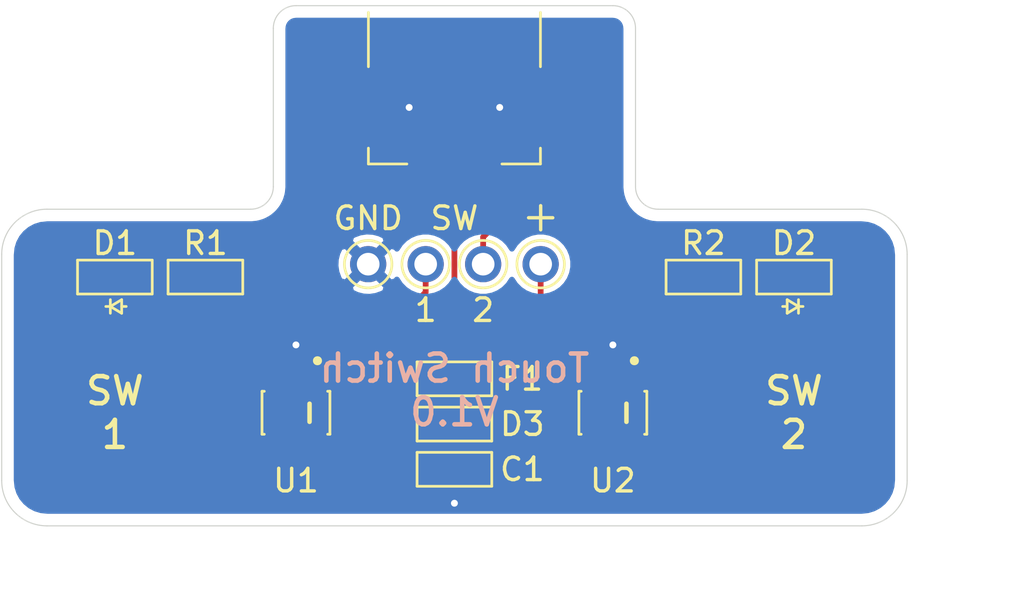
<source format=kicad_pcb>
(kicad_pcb (version 20171130) (host pcbnew "(5.1.9-0-10_14)")

  (general
    (thickness 1.6)
    (drawings 44)
    (tracks 87)
    (zones 0)
    (modules 14)
    (nets 11)
  )

  (page A4)
  (title_block
    (title "Touch Switch")
    (date 2021-07-09)
    (rev V1.0)
    (company https://github.com/KimiakiK)
  )

  (layers
    (0 F.Cu signal)
    (31 B.Cu signal)
    (32 B.Adhes user)
    (33 F.Adhes user)
    (34 B.Paste user)
    (35 F.Paste user)
    (36 B.SilkS user)
    (37 F.SilkS user)
    (38 B.Mask user)
    (39 F.Mask user)
    (40 Dwgs.User user)
    (41 Cmts.User user)
    (42 Eco1.User user)
    (43 Eco2.User user)
    (44 Edge.Cuts user)
    (45 Margin user)
    (46 B.CrtYd user)
    (47 F.CrtYd user)
    (48 B.Fab user)
    (49 F.Fab user hide)
  )

  (setup
    (last_trace_width 0.254)
    (trace_clearance 0.254)
    (zone_clearance 0.508)
    (zone_45_only no)
    (trace_min 0.2032)
    (via_size 0.6096)
    (via_drill 0.3048)
    (via_min_size 0.6096)
    (via_min_drill 0.3048)
    (uvia_size 0.2032)
    (uvia_drill 0.1016)
    (uvias_allowed no)
    (uvia_min_size 0.2032)
    (uvia_min_drill 0.1016)
    (edge_width 0.05)
    (segment_width 0.2)
    (pcb_text_width 0.3)
    (pcb_text_size 1.5 1.5)
    (mod_edge_width 0.12)
    (mod_text_size 1 1)
    (mod_text_width 0.15)
    (pad_size 1.3 0.5)
    (pad_drill 0)
    (pad_to_mask_clearance 0)
    (aux_axis_origin 0 0)
    (visible_elements FFFFFF7F)
    (pcbplotparams
      (layerselection 0x010fc_ffffffff)
      (usegerberextensions true)
      (usegerberattributes false)
      (usegerberadvancedattributes false)
      (creategerberjobfile false)
      (excludeedgelayer true)
      (linewidth 0.100000)
      (plotframeref false)
      (viasonmask false)
      (mode 1)
      (useauxorigin false)
      (hpglpennumber 1)
      (hpglpenspeed 20)
      (hpglpendiameter 15.000000)
      (psnegative false)
      (psa4output false)
      (plotreference true)
      (plotvalue true)
      (plotinvisibletext false)
      (padsonsilk false)
      (subtractmaskfromsilk false)
      (outputformat 1)
      (mirror false)
      (drillshape 0)
      (scaleselection 1)
      (outputdirectory "TouchSwitch/"))
  )

  (net 0 "")
  (net 1 +5V)
  (net 2 GND)
  (net 3 /SW_1)
  (net 4 "Net-(D1-Pad2)")
  (net 5 "Net-(D2-Pad2)")
  (net 6 "Net-(D3-Pad2)")
  (net 7 "Net-(F1-Pad2)")
  (net 8 /PAD_1)
  (net 9 /SW_2)
  (net 10 /PAD_2)

  (net_class Default "This is the default net class."
    (clearance 0.254)
    (trace_width 0.254)
    (via_dia 0.6096)
    (via_drill 0.3048)
    (uvia_dia 0.2032)
    (uvia_drill 0.1016)
    (diff_pair_width 0.2032)
    (diff_pair_gap 0.2032)
    (add_net +5V)
    (add_net /PAD_1)
    (add_net /PAD_2)
    (add_net /SW_1)
    (add_net /SW_2)
    (add_net GND)
    (add_net "Net-(D1-Pad2)")
    (add_net "Net-(D2-Pad2)")
    (add_net "Net-(D3-Pad2)")
    (add_net "Net-(F1-Pad2)")
  )

  (module TouchSwitch:SOT-23-6 (layer F.Cu) (tedit 60E8539E) (tstamp 60E86E4B)
    (at 7 18 270)
    (descr "6-pin SOT-23 package")
    (tags SOT-23-6)
    (path /611559FE)
    (attr smd)
    (fp_text reference U2 (at 3 0 180) (layer F.SilkS)
      (effects (font (size 1 1) (thickness 0.15)))
    )
    (fp_text value TTP223 (at 0 2.9 90) (layer F.Fab)
      (effects (font (size 1 1) (thickness 0.15)))
    )
    (fp_line (start 0.95 1.5) (end 0.95 1.4) (layer F.SilkS) (width 0.12))
    (fp_line (start -0.95 1.5) (end 0.95 1.5) (layer F.SilkS) (width 0.12))
    (fp_line (start -0.95 1.4) (end -0.95 1.5) (layer F.SilkS) (width 0.12))
    (fp_line (start -0.95 -1.5) (end -0.95 -1.4) (layer F.SilkS) (width 0.12))
    (fp_line (start 0.95 -1.5) (end -0.95 -1.5) (layer F.SilkS) (width 0.12))
    (fp_line (start 0.95 -1.4) (end 0.95 -1.5) (layer F.SilkS) (width 0.12))
    (fp_line (start 0.9 -1.55) (end 0.9 1.55) (layer F.Fab) (width 0.1))
    (fp_line (start 0.9 1.55) (end -0.9 1.55) (layer F.Fab) (width 0.1))
    (fp_line (start -0.9 -0.9) (end -0.9 1.55) (layer F.Fab) (width 0.1))
    (fp_line (start 0.9 -1.55) (end -0.25 -1.55) (layer F.Fab) (width 0.1))
    (fp_line (start -0.9 -0.9) (end -0.25 -1.55) (layer F.Fab) (width 0.1))
    (fp_line (start -1.5 -1.5) (end -1.5 1.5) (layer F.CrtYd) (width 0.05))
    (fp_line (start -1.5 1.5) (end 1.5 1.5) (layer F.CrtYd) (width 0.05))
    (fp_line (start 1.5 1.5) (end 1.5 -1.5) (layer F.CrtYd) (width 0.05))
    (fp_line (start 1.5 -1.5) (end -1.5 -1.5) (layer F.CrtYd) (width 0.05))
    (fp_circle (center -2.3 -0.95) (end -2.2 -0.95) (layer F.SilkS) (width 0.2))
    (fp_line (start -0.4 -0.6) (end 0.4 -0.6) (layer F.SilkS) (width 0.2))
    (fp_text user %R (at 0 0) (layer F.Fab)
      (effects (font (size 0.5 0.5) (thickness 0.075)))
    )
    (pad 1 smd rect (at -1.3 -0.95 270) (size 1.3 0.5) (layers F.Cu F.Paste F.Mask)
      (net 9 /SW_2))
    (pad 2 smd rect (at -1.3 0 270) (size 1.3 0.5) (layers F.Cu F.Paste F.Mask)
      (net 2 GND))
    (pad 3 smd rect (at -1.3 0.95 270) (size 1.3 0.5) (layers F.Cu F.Paste F.Mask)
      (net 10 /PAD_2))
    (pad 4 smd rect (at 1.3 0.95 270) (size 1.3 0.5) (layers F.Cu F.Paste F.Mask)
      (net 1 +5V))
    (pad 6 smd rect (at 1.3 -0.95 270) (size 1.3 0.5) (layers F.Cu F.Paste F.Mask))
    (pad 5 smd rect (at 1.3 0 270) (size 1.3 0.5) (layers F.Cu F.Paste F.Mask)
      (net 1 +5V))
    (model ${KISYS3DMOD}/Package_TO_SOT_SMD.3dshapes/SOT-23-6.wrl
      (at (xyz 0 0 0))
      (scale (xyz 1 1 1))
      (rotate (xyz 0 0 0))
    )
  )

  (module TouchSwitch:SOT-23-6 (layer F.Cu) (tedit 60E853A6) (tstamp 60E86E2F)
    (at -7 18 270)
    (descr "6-pin SOT-23 package")
    (tags SOT-23-6)
    (path /611369C9)
    (attr smd)
    (fp_text reference U1 (at 3 0 180) (layer F.SilkS)
      (effects (font (size 1 1) (thickness 0.15)))
    )
    (fp_text value TTP223 (at 0 2.9 90) (layer F.Fab)
      (effects (font (size 1 1) (thickness 0.15)))
    )
    (fp_line (start 0.95 1.5) (end 0.95 1.4) (layer F.SilkS) (width 0.12))
    (fp_line (start -0.95 1.5) (end 0.95 1.5) (layer F.SilkS) (width 0.12))
    (fp_line (start -0.95 1.4) (end -0.95 1.5) (layer F.SilkS) (width 0.12))
    (fp_line (start -0.95 -1.5) (end -0.95 -1.4) (layer F.SilkS) (width 0.12))
    (fp_line (start 0.95 -1.5) (end -0.95 -1.5) (layer F.SilkS) (width 0.12))
    (fp_line (start 0.95 -1.4) (end 0.95 -1.5) (layer F.SilkS) (width 0.12))
    (fp_line (start 0.9 -1.55) (end 0.9 1.55) (layer F.Fab) (width 0.1))
    (fp_line (start 0.9 1.55) (end -0.9 1.55) (layer F.Fab) (width 0.1))
    (fp_line (start -0.9 -0.9) (end -0.9 1.55) (layer F.Fab) (width 0.1))
    (fp_line (start 0.9 -1.55) (end -0.25 -1.55) (layer F.Fab) (width 0.1))
    (fp_line (start -0.9 -0.9) (end -0.25 -1.55) (layer F.Fab) (width 0.1))
    (fp_line (start -1.5 -1.5) (end -1.5 1.5) (layer F.CrtYd) (width 0.05))
    (fp_line (start -1.5 1.5) (end 1.5 1.5) (layer F.CrtYd) (width 0.05))
    (fp_line (start 1.5 1.5) (end 1.5 -1.5) (layer F.CrtYd) (width 0.05))
    (fp_line (start 1.5 -1.5) (end -1.5 -1.5) (layer F.CrtYd) (width 0.05))
    (fp_circle (center -2.3 -0.95) (end -2.2 -0.95) (layer F.SilkS) (width 0.2))
    (fp_line (start -0.4 -0.6) (end 0.4 -0.6) (layer F.SilkS) (width 0.2))
    (fp_text user %R (at 0 0) (layer F.Fab)
      (effects (font (size 0.5 0.5) (thickness 0.075)))
    )
    (pad 1 smd rect (at -1.3 -0.95 270) (size 1.3 0.5) (layers F.Cu F.Paste F.Mask)
      (net 3 /SW_1))
    (pad 2 smd rect (at -1.3 0 270) (size 1.3 0.5) (layers F.Cu F.Paste F.Mask)
      (net 2 GND))
    (pad 3 smd rect (at -1.3 0.95 270) (size 1.3 0.5) (layers F.Cu F.Paste F.Mask)
      (net 8 /PAD_1))
    (pad 4 smd rect (at 1.3 0.95 270) (size 1.3 0.5) (layers F.Cu F.Paste F.Mask)
      (net 1 +5V))
    (pad 6 smd rect (at 1.3 -0.95 270) (size 1.3 0.5) (layers F.Cu F.Paste F.Mask))
    (pad 5 smd rect (at 1.3 0 270) (size 1.3 0.5) (layers F.Cu F.Paste F.Mask)
      (net 1 +5V))
    (model ${KISYS3DMOD}/Package_TO_SOT_SMD.3dshapes/SOT-23-6.wrl
      (at (xyz 0 0 0))
      (scale (xyz 1 1 1))
      (rotate (xyz 0 0 0))
    )
  )

  (module TouchSwitch:TestPoint_THTPad_D1.6mm_Drill1.0mm (layer F.Cu) (tedit 60E851FB) (tstamp 60E86E13)
    (at -3.81 11.43)
    (descr "THT pad as test Point, diameter 1.6mm, hole diameter 1.0mm")
    (tags "test point THT pad")
    (path /61144801)
    (attr virtual)
    (fp_text reference TP4 (at 0 -1.998) (layer F.SilkS) hide
      (effects (font (size 1 1) (thickness 0.15)))
    )
    (fp_text value TestPoint (at 0 2.05) (layer F.Fab)
      (effects (font (size 1 1) (thickness 0.15)))
    )
    (fp_circle (center 0 0) (end 1.05 0) (layer F.SilkS) (width 0.12))
    (fp_text user %R (at 0 -2) (layer F.Fab)
      (effects (font (size 1 1) (thickness 0.15)))
    )
    (pad 1 thru_hole circle (at 0 0) (size 1.6 1.6) (drill 1) (layers *.Cu *.Mask)
      (net 2 GND))
  )

  (module TouchSwitch:TestPoint_THTPad_D1.6mm_Drill1.0mm (layer F.Cu) (tedit 60E851FB) (tstamp 60E86E0C)
    (at 3.81 11.43)
    (descr "THT pad as test Point, diameter 1.6mm, hole diameter 1.0mm")
    (tags "test point THT pad")
    (path /6113BB1A)
    (attr virtual)
    (fp_text reference TP3 (at 0 -1.998) (layer F.SilkS) hide
      (effects (font (size 1 1) (thickness 0.15)))
    )
    (fp_text value TestPoint (at 0 2.05) (layer F.Fab)
      (effects (font (size 1 1) (thickness 0.15)))
    )
    (fp_circle (center 0 0) (end 1.05 0) (layer F.SilkS) (width 0.12))
    (fp_text user %R (at 0 -2) (layer F.Fab)
      (effects (font (size 1 1) (thickness 0.15)))
    )
    (pad 1 thru_hole circle (at 0 0) (size 1.6 1.6) (drill 1) (layers *.Cu *.Mask)
      (net 1 +5V))
  )

  (module TouchSwitch:TestPoint_THTPad_D1.6mm_Drill1.0mm (layer F.Cu) (tedit 60E851FB) (tstamp 60E86E05)
    (at 1.27 11.43)
    (descr "THT pad as test Point, diameter 1.6mm, hole diameter 1.0mm")
    (tags "test point THT pad")
    (path /611646F3)
    (attr virtual)
    (fp_text reference TP2 (at 0 -1.998) (layer F.SilkS) hide
      (effects (font (size 1 1) (thickness 0.15)))
    )
    (fp_text value TestPoint (at 0 2.05) (layer F.Fab)
      (effects (font (size 1 1) (thickness 0.15)))
    )
    (fp_circle (center 0 0) (end 1.05 0) (layer F.SilkS) (width 0.12))
    (fp_text user %R (at 0 -2) (layer F.Fab)
      (effects (font (size 1 1) (thickness 0.15)))
    )
    (pad 1 thru_hole circle (at 0 0) (size 1.6 1.6) (drill 1) (layers *.Cu *.Mask)
      (net 9 /SW_2))
  )

  (module TouchSwitch:TestPoint_THTPad_D1.6mm_Drill1.0mm (layer F.Cu) (tedit 60E851FB) (tstamp 60E86DFE)
    (at -1.27 11.43)
    (descr "THT pad as test Point, diameter 1.6mm, hole diameter 1.0mm")
    (tags "test point THT pad")
    (path /61163BFE)
    (attr virtual)
    (fp_text reference TP1 (at 0 -1.998) (layer F.SilkS) hide
      (effects (font (size 1 1) (thickness 0.15)))
    )
    (fp_text value TestPoint (at 0 2.05) (layer F.Fab)
      (effects (font (size 1 1) (thickness 0.15)))
    )
    (fp_circle (center 0 0) (end 1.05 0) (layer F.SilkS) (width 0.12))
    (fp_text user %R (at 0 -2) (layer F.Fab)
      (effects (font (size 1 1) (thickness 0.15)))
    )
    (pad 1 thru_hole circle (at 0 0) (size 1.6 1.6) (drill 1) (layers *.Cu *.Mask)
      (net 3 /SW_1))
  )

  (module TouchSwitch:1608Metric (layer F.Cu) (tedit 606EDCAD) (tstamp 60E86DF7)
    (at 11 12 180)
    (descr "SMD 0603 (1608 Metric)")
    (path /61155A12)
    (attr smd)
    (fp_text reference R2 (at 0 1.5) (layer F.SilkS)
      (effects (font (size 1 1) (thickness 0.15)))
    )
    (fp_text value R (at 0 1.778) (layer F.Fab)
      (effects (font (size 1 1) (thickness 0.15)))
    )
    (fp_line (start 1.6 0.7) (end -1.6 0.7) (layer F.CrtYd) (width 0.05))
    (fp_line (start 1.6 -0.7) (end 1.6 0.7) (layer F.CrtYd) (width 0.05))
    (fp_line (start -1.6 -0.7) (end 1.6 -0.7) (layer F.CrtYd) (width 0.05))
    (fp_line (start -1.6 0.7) (end -1.6 -0.7) (layer F.CrtYd) (width 0.05))
    (fp_line (start -1.65 0.75) (end 1.65 0.75) (layer F.SilkS) (width 0.12))
    (fp_line (start -1.65 -0.75) (end 1.65 -0.75) (layer F.SilkS) (width 0.12))
    (fp_line (start 0.8 0.4) (end -0.8 0.4) (layer F.Fab) (width 0.1))
    (fp_line (start 0.8 -0.4) (end 0.8 0.4) (layer F.Fab) (width 0.1))
    (fp_line (start -0.8 -0.4) (end 0.8 -0.4) (layer F.Fab) (width 0.1))
    (fp_line (start -0.8 0.4) (end -0.8 -0.4) (layer F.Fab) (width 0.1))
    (fp_line (start 1.65 -0.75) (end 1.65 0.75) (layer F.SilkS) (width 0.12))
    (fp_line (start -1.65 -0.75) (end -1.65 0.75) (layer F.SilkS) (width 0.12))
    (fp_text user %R (at 0 0) (layer F.Fab)
      (effects (font (size 0.4 0.4) (thickness 0.06)))
    )
    (pad 1 smd roundrect (at -0.85 0 180) (size 1 0.9) (layers F.Cu F.Paste F.Mask) (roundrect_rratio 0.25)
      (net 5 "Net-(D2-Pad2)"))
    (pad 2 smd roundrect (at 0.85 0 180) (size 1 0.9) (layers F.Cu F.Paste F.Mask) (roundrect_rratio 0.25)
      (net 1 +5V))
    (model ${KISYS3DMOD}/Capacitor_SMD.3dshapes/C_0603_1608Metric.wrl
      (at (xyz 0 0 0))
      (scale (xyz 1 1 1))
      (rotate (xyz 0 0 0))
    )
  )

  (module TouchSwitch:1608Metric (layer F.Cu) (tedit 606EDCAD) (tstamp 60E86DE4)
    (at -11 12)
    (descr "SMD 0603 (1608 Metric)")
    (path /6113A764)
    (attr smd)
    (fp_text reference R1 (at 0 -1.5) (layer F.SilkS)
      (effects (font (size 1 1) (thickness 0.15)))
    )
    (fp_text value R (at 0 1.778) (layer F.Fab)
      (effects (font (size 1 1) (thickness 0.15)))
    )
    (fp_line (start 1.6 0.7) (end -1.6 0.7) (layer F.CrtYd) (width 0.05))
    (fp_line (start 1.6 -0.7) (end 1.6 0.7) (layer F.CrtYd) (width 0.05))
    (fp_line (start -1.6 -0.7) (end 1.6 -0.7) (layer F.CrtYd) (width 0.05))
    (fp_line (start -1.6 0.7) (end -1.6 -0.7) (layer F.CrtYd) (width 0.05))
    (fp_line (start -1.65 0.75) (end 1.65 0.75) (layer F.SilkS) (width 0.12))
    (fp_line (start -1.65 -0.75) (end 1.65 -0.75) (layer F.SilkS) (width 0.12))
    (fp_line (start 0.8 0.4) (end -0.8 0.4) (layer F.Fab) (width 0.1))
    (fp_line (start 0.8 -0.4) (end 0.8 0.4) (layer F.Fab) (width 0.1))
    (fp_line (start -0.8 -0.4) (end 0.8 -0.4) (layer F.Fab) (width 0.1))
    (fp_line (start -0.8 0.4) (end -0.8 -0.4) (layer F.Fab) (width 0.1))
    (fp_line (start 1.65 -0.75) (end 1.65 0.75) (layer F.SilkS) (width 0.12))
    (fp_line (start -1.65 -0.75) (end -1.65 0.75) (layer F.SilkS) (width 0.12))
    (fp_text user %R (at 0 0) (layer F.Fab)
      (effects (font (size 0.4 0.4) (thickness 0.06)))
    )
    (pad 1 smd roundrect (at -0.85 0) (size 1 0.9) (layers F.Cu F.Paste F.Mask) (roundrect_rratio 0.25)
      (net 4 "Net-(D1-Pad2)"))
    (pad 2 smd roundrect (at 0.85 0) (size 1 0.9) (layers F.Cu F.Paste F.Mask) (roundrect_rratio 0.25)
      (net 1 +5V))
    (model ${KISYS3DMOD}/Capacitor_SMD.3dshapes/C_0603_1608Metric.wrl
      (at (xyz 0 0 0))
      (scale (xyz 1 1 1))
      (rotate (xyz 0 0 0))
    )
  )

  (module TouchSwitch:UX60SC-MB-5ST (layer F.Cu) (tedit 60E8532E) (tstamp 60E86DD1)
    (at 0 0 180)
    (descr "Mini USB Connector")
    (tags "Mini USB Connector")
    (path /61137682)
    (fp_text reference J1 (at 0 -9) (layer F.SilkS) hide
      (effects (font (size 1 1) (thickness 0.15)))
    )
    (fp_text value USB_B_Mini (at 0 1.5) (layer F.Fab)
      (effects (font (size 1 1) (thickness 0.15)))
    )
    (fp_line (start -3.85 0) (end -3.85 -7) (layer F.CrtYd) (width 0.12))
    (fp_line (start 3.85 0) (end -3.85 0) (layer F.CrtYd) (width 0.12))
    (fp_line (start 3.85 -7) (end 3.85 0) (layer F.CrtYd) (width 0.12))
    (fp_line (start -3.85 -7) (end 3.85 -7) (layer F.CrtYd) (width 0.12))
    (pad 1 smd rect (at -1.6 -7.1 180) (size 0.4 1.6) (layers F.Cu F.Paste F.Mask)
      (net 7 "Net-(F1-Pad2)"))
    (pad 2 smd rect (at -0.8 -7.1 180) (size 0.4 1.6) (layers F.Cu F.Paste F.Mask))
    (pad 3 smd rect (at 0 -7.1 180) (size 0.4 1.6) (layers F.Cu F.Paste F.Mask))
    (pad 4 smd rect (at 0.8 -7.1 180) (size 0.4 1.6) (layers F.Cu F.Paste F.Mask))
    (pad 5 smd rect (at 1.6 -7.1 180) (size 0.4 1.6) (layers F.Cu F.Paste F.Mask)
      (net 2 GND))
    (pad 6 smd rect (at -4.2 -4.5) (size 2.4 3) (layers F.Cu F.Paste F.Mask)
      (net 2 GND))
    (pad 6 smd rect (at 4.2 -4.5) (size 2.4 3) (layers F.Cu F.Paste F.Mask)
      (net 2 GND))
  )

  (module TouchSwitch:1608Metric (layer F.Cu) (tedit 606EDCAD) (tstamp 60E86DC2)
    (at 0 16.5 180)
    (descr "SMD 0603 (1608 Metric)")
    (path /61138C3E)
    (attr smd)
    (fp_text reference F1 (at -3 0) (layer F.SilkS)
      (effects (font (size 1 1) (thickness 0.15)))
    )
    (fp_text value ResettableFuse (at 0 1.778) (layer F.Fab)
      (effects (font (size 1 1) (thickness 0.15)))
    )
    (fp_line (start 1.6 0.7) (end -1.6 0.7) (layer F.CrtYd) (width 0.05))
    (fp_line (start 1.6 -0.7) (end 1.6 0.7) (layer F.CrtYd) (width 0.05))
    (fp_line (start -1.6 -0.7) (end 1.6 -0.7) (layer F.CrtYd) (width 0.05))
    (fp_line (start -1.6 0.7) (end -1.6 -0.7) (layer F.CrtYd) (width 0.05))
    (fp_line (start -1.65 0.75) (end 1.65 0.75) (layer F.SilkS) (width 0.12))
    (fp_line (start -1.65 -0.75) (end 1.65 -0.75) (layer F.SilkS) (width 0.12))
    (fp_line (start 0.8 0.4) (end -0.8 0.4) (layer F.Fab) (width 0.1))
    (fp_line (start 0.8 -0.4) (end 0.8 0.4) (layer F.Fab) (width 0.1))
    (fp_line (start -0.8 -0.4) (end 0.8 -0.4) (layer F.Fab) (width 0.1))
    (fp_line (start -0.8 0.4) (end -0.8 -0.4) (layer F.Fab) (width 0.1))
    (fp_line (start 1.65 -0.75) (end 1.65 0.75) (layer F.SilkS) (width 0.12))
    (fp_line (start -1.65 -0.75) (end -1.65 0.75) (layer F.SilkS) (width 0.12))
    (fp_text user %R (at 0 0) (layer F.Fab)
      (effects (font (size 0.4 0.4) (thickness 0.06)))
    )
    (pad 1 smd roundrect (at -0.85 0 180) (size 1 0.9) (layers F.Cu F.Paste F.Mask) (roundrect_rratio 0.25)
      (net 6 "Net-(D3-Pad2)"))
    (pad 2 smd roundrect (at 0.85 0 180) (size 1 0.9) (layers F.Cu F.Paste F.Mask) (roundrect_rratio 0.25)
      (net 7 "Net-(F1-Pad2)"))
    (model ${KISYS3DMOD}/Capacitor_SMD.3dshapes/C_0603_1608Metric.wrl
      (at (xyz 0 0 0))
      (scale (xyz 1 1 1))
      (rotate (xyz 0 0 0))
    )
  )

  (module TouchSwitch:D_TUMD2 (layer F.Cu) (tedit 60E5A768) (tstamp 60E86DAF)
    (at 0 18.5)
    (descr "ROHM - TUMD2")
    (tags TUMD2)
    (path /611391F2)
    (attr smd)
    (fp_text reference D3 (at 3 0) (layer F.SilkS)
      (effects (font (size 1 1) (thickness 0.15)))
    )
    (fp_text value SchottkyDiode (at 0 1.7) (layer F.Fab)
      (effects (font (size 1 1) (thickness 0.15)))
    )
    (fp_line (start 1.65 0.75) (end 1.65 -0.75) (layer F.SilkS) (width 0.12))
    (fp_line (start 0.95 -0.65) (end 0.95 0.65) (layer F.Fab) (width 0.1))
    (fp_line (start 0.95 0.65) (end -0.95 0.65) (layer F.Fab) (width 0.1))
    (fp_line (start -0.95 0.65) (end -0.95 -0.65) (layer F.Fab) (width 0.1))
    (fp_line (start -0.95 -0.65) (end 0.95 -0.65) (layer F.Fab) (width 0.1))
    (fp_line (start 0.2 0) (end 0.45 0) (layer F.Fab) (width 0.1))
    (fp_line (start 0.2 0.35) (end -0.3 0) (layer F.Fab) (width 0.1))
    (fp_line (start 0.2 -0.35) (end 0.2 0.35) (layer F.Fab) (width 0.1))
    (fp_line (start -0.3 0) (end 0.2 -0.35) (layer F.Fab) (width 0.1))
    (fp_line (start -0.3 0) (end -0.5 0) (layer F.Fab) (width 0.1))
    (fp_line (start -0.3 -0.35) (end -0.3 0.35) (layer F.Fab) (width 0.1))
    (fp_line (start -1.6 -0.7) (end 1.6 -0.7) (layer F.CrtYd) (width 0.05))
    (fp_line (start 1.6 -0.7) (end 1.6 0.7) (layer F.CrtYd) (width 0.05))
    (fp_line (start 1.6 0.7) (end -1.6 0.7) (layer F.CrtYd) (width 0.05))
    (fp_line (start -1.6 0.7) (end -1.6 -0.7) (layer F.CrtYd) (width 0.05))
    (fp_line (start 1.65 0.75) (end -1.65 0.75) (layer F.SilkS) (width 0.12))
    (fp_line (start -1.65 0.75) (end -1.65 -0.75) (layer F.SilkS) (width 0.12))
    (fp_line (start -1.65 -0.75) (end 1.65 -0.75) (layer F.SilkS) (width 0.12))
    (fp_text user %R (at 0 -1.6) (layer F.Fab)
      (effects (font (size 1 1) (thickness 0.15)))
    )
    (pad 1 smd rect (at -0.55 0 180) (size 1.8 1) (layers F.Cu F.Paste F.Mask)
      (net 1 +5V))
    (pad 2 smd rect (at 1.15 0 180) (size 0.6 1) (layers F.Cu F.Paste F.Mask)
      (net 6 "Net-(D3-Pad2)"))
    (model ${KISYS3DMOD}/Diode_SMD.3dshapes/D_TUMD2.wrl
      (at (xyz 0 0 0))
      (scale (xyz 1 1 1))
      (rotate (xyz 0 0 0))
    )
  )

  (module TouchSwitch:1608Metric (layer F.Cu) (tedit 606EDCAD) (tstamp 60E86D96)
    (at 15 12 180)
    (descr "SMD 0603 (1608 Metric)")
    (path /61155A08)
    (attr smd)
    (fp_text reference D2 (at 0 1.5) (layer F.SilkS)
      (effects (font (size 1 1) (thickness 0.15)))
    )
    (fp_text value LED (at 0 1.778) (layer F.Fab)
      (effects (font (size 1 1) (thickness 0.15)))
    )
    (fp_line (start 1.6 0.7) (end -1.6 0.7) (layer F.CrtYd) (width 0.05))
    (fp_line (start 1.6 -0.7) (end 1.6 0.7) (layer F.CrtYd) (width 0.05))
    (fp_line (start -1.6 -0.7) (end 1.6 -0.7) (layer F.CrtYd) (width 0.05))
    (fp_line (start -1.6 0.7) (end -1.6 -0.7) (layer F.CrtYd) (width 0.05))
    (fp_line (start -1.65 0.75) (end 1.65 0.75) (layer F.SilkS) (width 0.12))
    (fp_line (start -1.65 -0.75) (end 1.65 -0.75) (layer F.SilkS) (width 0.12))
    (fp_line (start 0.8 0.4) (end -0.8 0.4) (layer F.Fab) (width 0.1))
    (fp_line (start 0.8 -0.4) (end 0.8 0.4) (layer F.Fab) (width 0.1))
    (fp_line (start -0.8 -0.4) (end 0.8 -0.4) (layer F.Fab) (width 0.1))
    (fp_line (start -0.8 0.4) (end -0.8 -0.4) (layer F.Fab) (width 0.1))
    (fp_line (start 1.65 -0.75) (end 1.65 0.75) (layer F.SilkS) (width 0.12))
    (fp_line (start -1.65 -0.75) (end -1.65 0.75) (layer F.SilkS) (width 0.12))
    (fp_text user %R (at 0 0) (layer F.Fab)
      (effects (font (size 0.4 0.4) (thickness 0.06)))
    )
    (pad 1 smd roundrect (at -0.85 0 180) (size 1 0.9) (layers F.Cu F.Paste F.Mask) (roundrect_rratio 0.25)
      (net 9 /SW_2))
    (pad 2 smd roundrect (at 0.85 0 180) (size 1 0.9) (layers F.Cu F.Paste F.Mask) (roundrect_rratio 0.25)
      (net 5 "Net-(D2-Pad2)"))
    (model ${KISYS3DMOD}/Capacitor_SMD.3dshapes/C_0603_1608Metric.wrl
      (at (xyz 0 0 0))
      (scale (xyz 1 1 1))
      (rotate (xyz 0 0 0))
    )
  )

  (module TouchSwitch:1608Metric (layer F.Cu) (tedit 606EDCAD) (tstamp 60E86D83)
    (at -15 12)
    (descr "SMD 0603 (1608 Metric)")
    (path /61139E3E)
    (attr smd)
    (fp_text reference D1 (at 0 -1.5) (layer F.SilkS)
      (effects (font (size 1 1) (thickness 0.15)))
    )
    (fp_text value LED (at 0 1.778) (layer F.Fab)
      (effects (font (size 1 1) (thickness 0.15)))
    )
    (fp_line (start 1.6 0.7) (end -1.6 0.7) (layer F.CrtYd) (width 0.05))
    (fp_line (start 1.6 -0.7) (end 1.6 0.7) (layer F.CrtYd) (width 0.05))
    (fp_line (start -1.6 -0.7) (end 1.6 -0.7) (layer F.CrtYd) (width 0.05))
    (fp_line (start -1.6 0.7) (end -1.6 -0.7) (layer F.CrtYd) (width 0.05))
    (fp_line (start -1.65 0.75) (end 1.65 0.75) (layer F.SilkS) (width 0.12))
    (fp_line (start -1.65 -0.75) (end 1.65 -0.75) (layer F.SilkS) (width 0.12))
    (fp_line (start 0.8 0.4) (end -0.8 0.4) (layer F.Fab) (width 0.1))
    (fp_line (start 0.8 -0.4) (end 0.8 0.4) (layer F.Fab) (width 0.1))
    (fp_line (start -0.8 -0.4) (end 0.8 -0.4) (layer F.Fab) (width 0.1))
    (fp_line (start -0.8 0.4) (end -0.8 -0.4) (layer F.Fab) (width 0.1))
    (fp_line (start 1.65 -0.75) (end 1.65 0.75) (layer F.SilkS) (width 0.12))
    (fp_line (start -1.65 -0.75) (end -1.65 0.75) (layer F.SilkS) (width 0.12))
    (fp_text user %R (at 0 0) (layer F.Fab)
      (effects (font (size 0.4 0.4) (thickness 0.06)))
    )
    (pad 1 smd roundrect (at -0.85 0) (size 1 0.9) (layers F.Cu F.Paste F.Mask) (roundrect_rratio 0.25)
      (net 3 /SW_1))
    (pad 2 smd roundrect (at 0.85 0) (size 1 0.9) (layers F.Cu F.Paste F.Mask) (roundrect_rratio 0.25)
      (net 4 "Net-(D1-Pad2)"))
    (model ${KISYS3DMOD}/Capacitor_SMD.3dshapes/C_0603_1608Metric.wrl
      (at (xyz 0 0 0))
      (scale (xyz 1 1 1))
      (rotate (xyz 0 0 0))
    )
  )

  (module TouchSwitch:1608Metric (layer F.Cu) (tedit 606EDCAD) (tstamp 60E86D70)
    (at 0 20.5)
    (descr "SMD 0603 (1608 Metric)")
    (path /61139985)
    (attr smd)
    (fp_text reference C1 (at 3 0) (layer F.SilkS)
      (effects (font (size 1 1) (thickness 0.15)))
    )
    (fp_text value 0.1uF (at 0 1.778) (layer F.Fab)
      (effects (font (size 1 1) (thickness 0.15)))
    )
    (fp_line (start 1.6 0.7) (end -1.6 0.7) (layer F.CrtYd) (width 0.05))
    (fp_line (start 1.6 -0.7) (end 1.6 0.7) (layer F.CrtYd) (width 0.05))
    (fp_line (start -1.6 -0.7) (end 1.6 -0.7) (layer F.CrtYd) (width 0.05))
    (fp_line (start -1.6 0.7) (end -1.6 -0.7) (layer F.CrtYd) (width 0.05))
    (fp_line (start -1.65 0.75) (end 1.65 0.75) (layer F.SilkS) (width 0.12))
    (fp_line (start -1.65 -0.75) (end 1.65 -0.75) (layer F.SilkS) (width 0.12))
    (fp_line (start 0.8 0.4) (end -0.8 0.4) (layer F.Fab) (width 0.1))
    (fp_line (start 0.8 -0.4) (end 0.8 0.4) (layer F.Fab) (width 0.1))
    (fp_line (start -0.8 -0.4) (end 0.8 -0.4) (layer F.Fab) (width 0.1))
    (fp_line (start -0.8 0.4) (end -0.8 -0.4) (layer F.Fab) (width 0.1))
    (fp_line (start 1.65 -0.75) (end 1.65 0.75) (layer F.SilkS) (width 0.12))
    (fp_line (start -1.65 -0.75) (end -1.65 0.75) (layer F.SilkS) (width 0.12))
    (fp_text user %R (at 0 0) (layer F.Fab)
      (effects (font (size 0.4 0.4) (thickness 0.06)))
    )
    (pad 1 smd roundrect (at -0.85 0) (size 1 0.9) (layers F.Cu F.Paste F.Mask) (roundrect_rratio 0.25)
      (net 1 +5V))
    (pad 2 smd roundrect (at 0.85 0) (size 1 0.9) (layers F.Cu F.Paste F.Mask) (roundrect_rratio 0.25)
      (net 2 GND))
    (model ${KISYS3DMOD}/Capacitor_SMD.3dshapes/C_0603_1608Metric.wrl
      (at (xyz 0 0 0))
      (scale (xyz 1 1 1))
      (rotate (xyz 0 0 0))
    )
  )

  (gr_line (start -3.8 7) (end -2.1 7) (layer F.SilkS) (width 0.12))
  (gr_line (start -3.8 6.3) (end -3.8 7) (layer F.SilkS) (width 0.12))
  (gr_line (start 3.8 7) (end 2.1 7) (layer F.SilkS) (width 0.12))
  (gr_line (start 3.8 6.3) (end 3.8 7) (layer F.SilkS) (width 0.12))
  (gr_line (start 3.8 2.7) (end 3.8 0.3) (layer F.SilkS) (width 0.12))
  (gr_line (start -3.8 2.7) (end -3.8 0.3) (layer F.SilkS) (width 0.12))
  (gr_text "Touch Switch\nV1.0" (at 0 17) (layer B.SilkS) (tstamp 60E887EA)
    (effects (font (size 1.2 1.2) (thickness 0.2)) (justify mirror))
  )
  (gr_text "SW\n2" (at 15 18) (layer F.SilkS) (tstamp 60E887DF)
    (effects (font (size 1.2 1.2) (thickness 0.2)))
  )
  (gr_text "SW\n1" (at -15 18) (layer F.SilkS)
    (effects (font (size 1.2 1.2) (thickness 0.2)))
  )
  (gr_line (start 14.7 13.6) (end 15.2 13.3) (layer F.SilkS) (width 0.12) (tstamp 60E887BD))
  (gr_line (start 15.2 13) (end 15.2 13.6) (layer F.SilkS) (width 0.12) (tstamp 60E887BC))
  (gr_line (start 14.7 13) (end 14.7 13.6) (layer F.SilkS) (width 0.12) (tstamp 60E887BB))
  (gr_line (start 15.2 13.3) (end 14.7 13) (layer F.SilkS) (width 0.12) (tstamp 60E887BA))
  (gr_line (start 14.7 13.3) (end 14.5 13.3) (layer F.SilkS) (width 0.12) (tstamp 60E887B9))
  (gr_line (start 15.2 13.3) (end 15.4 13.3) (layer F.SilkS) (width 0.12) (tstamp 60E887B8))
  (gr_line (start -14.7 13.3) (end -14.5 13.3) (layer F.SilkS) (width 0.12))
  (gr_line (start -15.2 13.3) (end -15.4 13.3) (layer F.SilkS) (width 0.12))
  (gr_line (start -15.2 13.6) (end -15.2 13) (layer F.SilkS) (width 0.12))
  (gr_line (start -15.2 13.3) (end -14.7 13.6) (layer F.SilkS) (width 0.12) (tstamp 60E887B7))
  (gr_line (start -14.7 13) (end -15.2 13.3) (layer F.SilkS) (width 0.12))
  (gr_line (start -14.7 13.6) (end -14.7 13) (layer F.SilkS) (width 0.12))
  (dimension 23 (width 0.15) (layer Dwgs.User)
    (gr_text "23.000 mm" (at 23.8 11.5 90) (layer Dwgs.User)
      (effects (font (size 1 1) (thickness 0.15)))
    )
    (feature1 (pts (xy 20.5 0) (xy 23.086421 0)))
    (feature2 (pts (xy 20.5 23) (xy 23.086421 23)))
    (crossbar (pts (xy 22.5 23) (xy 22.5 0)))
    (arrow1a (pts (xy 22.5 0) (xy 23.086421 1.126504)))
    (arrow1b (pts (xy 22.5 0) (xy 21.913579 1.126504)))
    (arrow2a (pts (xy 22.5 23) (xy 23.086421 21.873496)))
    (arrow2b (pts (xy 22.5 23) (xy 21.913579 21.873496)))
  )
  (gr_text SW (at 0 9.398) (layer F.SilkS)
    (effects (font (size 1 1) (thickness 0.15)))
  )
  (gr_text 2 (at 1.27 13.462) (layer F.SilkS)
    (effects (font (size 1 1) (thickness 0.15)))
  )
  (gr_text 1 (at -1.27 13.462) (layer F.SilkS)
    (effects (font (size 1 1) (thickness 0.15)))
  )
  (gr_text + (at 3.81 9.271) (layer F.SilkS)
    (effects (font (size 1.4 1.4) (thickness 0.15)))
  )
  (gr_text GND (at -3.81 9.398) (layer F.SilkS)
    (effects (font (size 1 1) (thickness 0.15)))
  )
  (dimension 40 (width 0.15) (layer Dwgs.User)
    (gr_text "40.000 mm" (at 0 26.8) (layer Dwgs.User)
      (effects (font (size 1 1) (thickness 0.15)))
    )
    (feature1 (pts (xy 20 23.5) (xy 20 26.086421)))
    (feature2 (pts (xy -20 23.5) (xy -20 26.086421)))
    (crossbar (pts (xy -20 25.5) (xy 20 25.5)))
    (arrow1a (pts (xy 20 25.5) (xy 18.873496 26.086421)))
    (arrow1b (pts (xy 20 25.5) (xy 18.873496 24.913579)))
    (arrow2a (pts (xy -20 25.5) (xy -18.873496 26.086421)))
    (arrow2b (pts (xy -20 25.5) (xy -18.873496 24.913579)))
  )
  (gr_arc (start 18 21) (end 18 23) (angle -90) (layer Edge.Cuts) (width 0.05))
  (gr_arc (start -18 21) (end -20 21) (angle -90) (layer Edge.Cuts) (width 0.05))
  (gr_arc (start -18 11) (end -18 9) (angle -90) (layer Edge.Cuts) (width 0.05))
  (gr_arc (start -9 8) (end -9 9) (angle -90) (layer Edge.Cuts) (width 0.05))
  (gr_arc (start -7 1) (end -7 0) (angle -90) (layer Edge.Cuts) (width 0.05))
  (gr_arc (start 7 1) (end 8 1) (angle -90) (layer Edge.Cuts) (width 0.05))
  (gr_arc (start 9 8) (end 8 8) (angle -90) (layer Edge.Cuts) (width 0.05))
  (gr_arc (start 18 11) (end 20 11) (angle -90) (layer Edge.Cuts) (width 0.05))
  (gr_line (start -8 1) (end -8 8) (layer Edge.Cuts) (width 0.05))
  (gr_line (start -18 9) (end -9 9) (layer Edge.Cuts) (width 0.05))
  (gr_line (start -20 21) (end -20 11) (layer Edge.Cuts) (width 0.05))
  (gr_line (start 18 23) (end -18 23) (layer Edge.Cuts) (width 0.05))
  (gr_line (start 20 11) (end 20 21) (layer Edge.Cuts) (width 0.05))
  (gr_line (start 9 9) (end 18 9) (layer Edge.Cuts) (width 0.05))
  (gr_line (start 8 1) (end 8 8) (layer Edge.Cuts) (width 0.05))
  (gr_line (start -7 0) (end 7 0) (layer Edge.Cuts) (width 0.05))

  (segment (start -7 19.3) (end -7 20.3) (width 0.254) (layer F.Cu) (net 1))
  (segment (start -6.8 20.5) (end -0.85 20.5) (width 0.254) (layer F.Cu) (net 1))
  (segment (start -7 20.3) (end -6.8 20.5) (width 0.254) (layer F.Cu) (net 1))
  (segment (start -7.2 20.5) (end -7 20.3) (width 0.254) (layer F.Cu) (net 1))
  (segment (start -7.7 20.5) (end -7.2 20.5) (width 0.254) (layer F.Cu) (net 1))
  (segment (start -7.95 20.25) (end -7.7 20.5) (width 0.254) (layer F.Cu) (net 1))
  (segment (start -7.95 19.3) (end -7.95 20.25) (width 0.254) (layer F.Cu) (net 1))
  (segment (start 7 19.3) (end 7 20.3) (width 0.254) (layer F.Cu) (net 1))
  (segment (start 7 20.3) (end 6.8 20.5) (width 0.254) (layer F.Cu) (net 1))
  (segment (start 6.05 19.3) (end 6.05 20.25) (width 0.254) (layer F.Cu) (net 1))
  (segment (start 6.3 20.5) (end 6.8 20.5) (width 0.254) (layer F.Cu) (net 1))
  (segment (start 6.05 20.25) (end 6.3 20.5) (width 0.254) (layer F.Cu) (net 1))
  (segment (start 6.05 20.25) (end 5.8 20.5) (width 0.254) (layer F.Cu) (net 1))
  (segment (start -0.85 18.8) (end -0.55 18.5) (width 0.254) (layer F.Cu) (net 1))
  (segment (start -1.781566 18.5) (end -0.55 18.5) (width 0.254) (layer F.Cu) (net 1))
  (segment (start -8.281566 12) (end -1.781566 18.5) (width 0.254) (layer F.Cu) (net 1))
  (segment (start -10.15 12) (end -8.281566 12) (width 0.254) (layer F.Cu) (net 1))
  (segment (start 3.81 20.49) (end 3.8 20.5) (width 0.254) (layer F.Cu) (net 1))
  (segment (start 3.8 20.5) (end 3 20.5) (width 0.254) (layer F.Cu) (net 1))
  (segment (start 5.8 20.5) (end 3.8 20.5) (width 0.254) (layer F.Cu) (net 1))
  (segment (start 10.15 12) (end 8 12) (width 0.254) (layer F.Cu) (net 1))
  (segment (start 6.99 13.01) (end 3.81 13.01) (width 0.254) (layer F.Cu) (net 1))
  (segment (start 8 12) (end 6.99 13.01) (width 0.254) (layer F.Cu) (net 1))
  (segment (start 3.81 13.01) (end 3.81 20.49) (width 0.254) (layer F.Cu) (net 1))
  (segment (start 3.81 11.43) (end 3.81 13.01) (width 0.254) (layer F.Cu) (net 1))
  (segment (start -0.83101 19.66899) (end -0.85 19.65) (width 0.254) (layer F.Cu) (net 1))
  (segment (start 2.16899 19.66899) (end -0.83101 19.66899) (width 0.254) (layer F.Cu) (net 1))
  (segment (start -0.85 19.65) (end -0.85 18.8) (width 0.254) (layer F.Cu) (net 1))
  (segment (start 3 20.5) (end 2.16899 19.66899) (width 0.254) (layer F.Cu) (net 1))
  (segment (start -0.85 20.5) (end -0.85 19.65) (width 0.254) (layer F.Cu) (net 1))
  (segment (start -1.6 4.6) (end -1.5 4.5) (width 0.254) (layer F.Cu) (net 2))
  (segment (start -1.6 7.1) (end -1.6 4.6) (width 0.254) (layer F.Cu) (net 2))
  (via (at -7 15) (size 0.6096) (drill 0.3048) (layers F.Cu B.Cu) (net 2))
  (segment (start -7 16.7) (end -7 15) (width 0.254) (layer F.Cu) (net 2))
  (via (at 7 15) (size 0.6096) (drill 0.3048) (layers F.Cu B.Cu) (net 2))
  (segment (start 7 16.7) (end 7 15) (width 0.254) (layer F.Cu) (net 2))
  (via (at 0 22) (size 0.6096) (drill 0.3048) (layers F.Cu B.Cu) (net 2))
  (segment (start 0.85 21.15) (end 0 22) (width 0.254) (layer F.Cu) (net 2))
  (segment (start 0.85 20.5) (end 0.85 21.15) (width 0.254) (layer F.Cu) (net 2))
  (via (at -2 4.5) (size 0.6096) (drill 0.3048) (layers F.Cu B.Cu) (net 2))
  (segment (start -4.2 4.5) (end 0.685802 4.5) (width 0.254) (layer F.Cu) (net 2))
  (segment (start 0.685802 4.5) (end -2 4.5) (width 0.254) (layer F.Cu) (net 2))
  (segment (start -2 4.5) (end -1.5 4.5) (width 0.254) (layer F.Cu) (net 2))
  (via (at 2 4.5) (size 0.6096) (drill 0.3048) (layers F.Cu B.Cu) (net 2))
  (segment (start 4.2 4.5) (end 2 4.5) (width 0.254) (layer F.Cu) (net 2))
  (segment (start -1.5 4.5) (end 2 4.5) (width 0.254) (layer F.Cu) (net 2))
  (segment (start -8 13) (end -6.05 14.95) (width 0.254) (layer F.Cu) (net 3))
  (segment (start -15.6 13) (end -8 13) (width 0.254) (layer F.Cu) (net 3))
  (segment (start -15.85 12.75) (end -15.6 13) (width 0.254) (layer F.Cu) (net 3))
  (segment (start -6.05 14.95) (end -6.05 16.7) (width 0.254) (layer F.Cu) (net 3))
  (segment (start -15.85 12) (end -15.85 12.75) (width 0.254) (layer F.Cu) (net 3))
  (segment (start -15.85 11.25) (end -15.85 12) (width 0.254) (layer F.Cu) (net 3))
  (segment (start -15.6 11) (end -15.85 11.25) (width 0.254) (layer F.Cu) (net 3))
  (segment (start -7.3 11) (end -15.6 11) (width 0.254) (layer F.Cu) (net 3))
  (segment (start -1.27 12.67) (end -1.6 13) (width 0.254) (layer F.Cu) (net 3))
  (segment (start -5.3 13) (end -7.3 11) (width 0.254) (layer F.Cu) (net 3))
  (segment (start -1.6 13) (end -5.3 13) (width 0.254) (layer F.Cu) (net 3))
  (segment (start -1.27 11.43) (end -1.27 12.67) (width 0.254) (layer F.Cu) (net 3))
  (segment (start -14.15 12) (end -11.85 12) (width 0.254) (layer F.Cu) (net 4))
  (segment (start 14.15 12) (end 11.85 12) (width 0.254) (layer F.Cu) (net 5))
  (segment (start 1.15 18.5) (end 1.15 17.65) (width 0.254) (layer F.Cu) (net 6))
  (segment (start 0.85 17.35) (end 0.85 16.5) (width 0.254) (layer F.Cu) (net 6))
  (segment (start 1.15 17.65) (end 0.85 17.35) (width 0.254) (layer F.Cu) (net 6))
  (segment (start 0 15) (end 0 10) (width 0.254) (layer F.Cu) (net 7))
  (segment (start 1.6 8.4) (end 1.6 7.1) (width 0.254) (layer F.Cu) (net 7))
  (segment (start 0 10) (end 1.6 8.4) (width 0.254) (layer F.Cu) (net 7))
  (segment (start -0.85 15.85) (end 0 15) (width 0.254) (layer F.Cu) (net 7))
  (segment (start -0.85 16.5) (end -0.85 15.85) (width 0.254) (layer F.Cu) (net 7))
  (segment (start -7.95 16.7) (end -7.95 17.95) (width 0.254) (layer F.Cu) (net 8))
  (segment (start -7.95 17.95) (end -8 18) (width 0.254) (layer F.Cu) (net 8))
  (segment (start -8 18) (end -11 18) (width 0.254) (layer F.Cu) (net 8))
  (segment (start 7.95 16.7) (end 7.95 15.15) (width 0.254) (layer F.Cu) (net 9))
  (segment (start 15.85 12) (end 15.85 12.75) (width 0.254) (layer F.Cu) (net 9))
  (segment (start 15.85 12.75) (end 15.2 13.4) (width 0.254) (layer F.Cu) (net 9))
  (segment (start 9.7 13.4) (end 7.95 15.15) (width 0.254) (layer F.Cu) (net 9))
  (segment (start 15.2 13.4) (end 9.7 13.4) (width 0.254) (layer F.Cu) (net 9))
  (segment (start 1.6 9.9) (end 1.27 10.23) (width 0.254) (layer F.Cu) (net 9))
  (segment (start 1.27 10.23) (end 1.27 11.43) (width 0.254) (layer F.Cu) (net 9))
  (segment (start 7.8 11) (end 6.7 9.9) (width 0.254) (layer F.Cu) (net 9))
  (segment (start 7.9 10.9) (end 7.8 11) (width 0.254) (layer F.Cu) (net 9))
  (segment (start 15.6 10.9) (end 7.9 10.9) (width 0.254) (layer F.Cu) (net 9))
  (segment (start 15.85 11.15) (end 15.6 10.9) (width 0.254) (layer F.Cu) (net 9))
  (segment (start 6.7 9.9) (end 1.6 9.9) (width 0.254) (layer F.Cu) (net 9))
  (segment (start 15.85 12) (end 15.85 11.15) (width 0.254) (layer F.Cu) (net 9))
  (segment (start 6.05 16.7) (end 6.05 17.95) (width 0.254) (layer F.Cu) (net 10))
  (segment (start 6.05 17.95) (end 6.1 18) (width 0.254) (layer F.Cu) (net 10))
  (segment (start 6.1 18) (end 11 18) (width 0.254) (layer F.Cu) (net 10))

  (zone (net 8) (net_name /PAD_1) (layer F.Cu) (tstamp 0) (hatch edge 0.508)
    (connect_pads (clearance 0.508))
    (min_thickness 0.254)
    (fill yes (arc_segments 32) (thermal_gap 0.508) (thermal_bridge_width 0.508) (smoothing fillet) (radius 2))
    (polygon
      (pts
        (xy -11 22) (xy -19 22) (xy -19 14) (xy -11 14)
      )
    )
    (filled_polygon
      (pts
        (xy -12.733496 14.146385) (xy -12.472407 14.203181) (xy -12.22206 14.296556) (xy -11.987555 14.424605) (xy -11.773662 14.584724)
        (xy -11.584724 14.773662) (xy -11.424605 14.987555) (xy -11.296556 15.22206) (xy -11.203181 15.472407) (xy -11.146385 15.733496)
        (xy -11.127 16.00453) (xy -11.127 19.99547) (xy -11.146385 20.266504) (xy -11.203181 20.527593) (xy -11.296556 20.77794)
        (xy -11.424605 21.012445) (xy -11.584724 21.226338) (xy -11.773662 21.415276) (xy -11.987555 21.575395) (xy -12.22206 21.703444)
        (xy -12.472407 21.796819) (xy -12.733496 21.853615) (xy -13.00453 21.873) (xy -16.99547 21.873) (xy -17.266504 21.853615)
        (xy -17.527593 21.796819) (xy -17.77794 21.703444) (xy -18.012445 21.575395) (xy -18.226338 21.415276) (xy -18.415276 21.226338)
        (xy -18.575395 21.012445) (xy -18.703444 20.77794) (xy -18.796819 20.527593) (xy -18.853615 20.266504) (xy -18.873 19.99547)
        (xy -18.873 16.00453) (xy -18.853615 15.733496) (xy -18.796819 15.472407) (xy -18.703444 15.22206) (xy -18.575395 14.987555)
        (xy -18.415276 14.773662) (xy -18.226338 14.584724) (xy -18.012445 14.424605) (xy -17.77794 14.296556) (xy -17.527593 14.203181)
        (xy -17.266504 14.146385) (xy -16.99547 14.127) (xy -13.00453 14.127)
      )
    )
  )
  (zone (net 10) (net_name /PAD_2) (layer F.Cu) (tstamp 60E8752F) (hatch edge 0.508)
    (connect_pads (clearance 0.508))
    (min_thickness 0.254)
    (fill yes (arc_segments 32) (thermal_gap 0.508) (thermal_bridge_width 0.508) (smoothing fillet) (radius 2))
    (polygon
      (pts
        (xy 19 22) (xy 11 22) (xy 11 14) (xy 19 14)
      )
    )
    (filled_polygon
      (pts
        (xy 17.266504 14.146385) (xy 17.527593 14.203181) (xy 17.77794 14.296556) (xy 18.012445 14.424605) (xy 18.226338 14.584724)
        (xy 18.415276 14.773662) (xy 18.575395 14.987555) (xy 18.703444 15.22206) (xy 18.796819 15.472407) (xy 18.853615 15.733496)
        (xy 18.873 16.00453) (xy 18.873 19.99547) (xy 18.853615 20.266504) (xy 18.796819 20.527593) (xy 18.703444 20.77794)
        (xy 18.575395 21.012445) (xy 18.415276 21.226338) (xy 18.226338 21.415276) (xy 18.012445 21.575395) (xy 17.77794 21.703444)
        (xy 17.527593 21.796819) (xy 17.266504 21.853615) (xy 16.99547 21.873) (xy 13.00453 21.873) (xy 12.733496 21.853615)
        (xy 12.472407 21.796819) (xy 12.22206 21.703444) (xy 11.987555 21.575395) (xy 11.773662 21.415276) (xy 11.584724 21.226338)
        (xy 11.424605 21.012445) (xy 11.296556 20.77794) (xy 11.203181 20.527593) (xy 11.146385 20.266504) (xy 11.127 19.99547)
        (xy 11.127 16.00453) (xy 11.146385 15.733496) (xy 11.203181 15.472407) (xy 11.296556 15.22206) (xy 11.424605 14.987555)
        (xy 11.584724 14.773662) (xy 11.773662 14.584724) (xy 11.987555 14.424605) (xy 12.22206 14.296556) (xy 12.472407 14.203181)
        (xy 12.661714 14.162) (xy 15.162577 14.162) (xy 15.2 14.165686) (xy 15.237423 14.162) (xy 15.237426 14.162)
        (xy 15.349378 14.150974) (xy 15.428409 14.127) (xy 16.99547 14.127)
      )
    )
  )
  (zone (net 2) (net_name GND) (layer B.Cu) (tstamp 0) (hatch edge 0.508)
    (connect_pads (clearance 0.508))
    (min_thickness 0.254)
    (fill yes (arc_segments 32) (thermal_gap 0.508) (thermal_bridge_width 0.508) (smoothing fillet) (radius 2))
    (polygon
      (pts
        (xy 20 23) (xy -20 23) (xy -20 0) (xy 20 0)
      )
    )
    (filled_polygon
      (pts
        (xy 7.065424 0.66958) (xy 7.128356 0.68858) (xy 7.186405 0.719445) (xy 7.237343 0.760989) (xy 7.279248 0.811644)
        (xy 7.310515 0.869471) (xy 7.329956 0.932272) (xy 7.34 1.027835) (xy 7.340001 8.032419) (xy 7.342783 8.060664)
        (xy 7.34274 8.066801) (xy 7.34364 8.075972) (xy 7.364041 8.270069) (xy 7.376068 8.328658) (xy 7.387277 8.387423)
        (xy 7.389941 8.396245) (xy 7.447653 8.582683) (xy 7.470838 8.637838) (xy 7.493242 8.693291) (xy 7.497568 8.701427)
        (xy 7.590393 8.873104) (xy 7.623846 8.922699) (xy 7.6566 8.972753) (xy 7.662424 8.979894) (xy 7.786828 9.130272)
        (xy 7.829263 9.172411) (xy 7.871126 9.215161) (xy 7.878227 9.221034) (xy 8.029469 9.344384) (xy 8.079277 9.377477)
        (xy 8.128651 9.411284) (xy 8.136757 9.415667) (xy 8.30908 9.507292) (xy 8.364392 9.53009) (xy 8.419366 9.553652)
        (xy 8.428169 9.556377) (xy 8.615006 9.612786) (xy 8.673686 9.624405) (xy 8.732196 9.636842) (xy 8.741361 9.637805)
        (xy 8.935594 9.65685) (xy 8.935598 9.65685) (xy 8.967581 9.66) (xy 17.967721 9.66) (xy 18.259659 9.688625)
        (xy 18.509429 9.764035) (xy 18.739792 9.886522) (xy 18.94198 10.051422) (xy 19.108286 10.25245) (xy 19.232378 10.481954)
        (xy 19.309531 10.731195) (xy 19.34 11.021089) (xy 19.340001 20.967711) (xy 19.311375 21.25966) (xy 19.235965 21.509429)
        (xy 19.113477 21.739794) (xy 18.948579 21.941979) (xy 18.747546 22.108288) (xy 18.518046 22.232378) (xy 18.268805 22.309531)
        (xy 17.978911 22.34) (xy -17.967721 22.34) (xy -18.25966 22.311375) (xy -18.509429 22.235965) (xy -18.739794 22.113477)
        (xy -18.941979 21.948579) (xy -19.108288 21.747546) (xy -19.232378 21.518046) (xy -19.309531 21.268805) (xy -19.34 20.978911)
        (xy -19.34 12.422702) (xy -4.623097 12.422702) (xy -4.551514 12.666671) (xy -4.296004 12.787571) (xy -4.021816 12.8563)
        (xy -3.739488 12.870217) (xy -3.45987 12.828787) (xy -3.193708 12.733603) (xy -3.068486 12.666671) (xy -2.996903 12.422702)
        (xy -3.81 11.609605) (xy -4.623097 12.422702) (xy -19.34 12.422702) (xy -19.34 11.500512) (xy -5.250217 11.500512)
        (xy -5.208787 11.78013) (xy -5.113603 12.046292) (xy -5.046671 12.171514) (xy -4.802702 12.243097) (xy -3.989605 11.43)
        (xy -3.630395 11.43) (xy -2.817298 12.243097) (xy -2.573329 12.171514) (xy -2.542806 12.107008) (xy -2.54168 12.109727)
        (xy -2.384637 12.344759) (xy -2.184759 12.544637) (xy -1.949727 12.70168) (xy -1.688574 12.809853) (xy -1.411335 12.865)
        (xy -1.128665 12.865) (xy -0.851426 12.809853) (xy -0.590273 12.70168) (xy -0.355241 12.544637) (xy -0.155363 12.344759)
        (xy 0 12.112241) (xy 0.155363 12.344759) (xy 0.355241 12.544637) (xy 0.590273 12.70168) (xy 0.851426 12.809853)
        (xy 1.128665 12.865) (xy 1.411335 12.865) (xy 1.688574 12.809853) (xy 1.949727 12.70168) (xy 2.184759 12.544637)
        (xy 2.384637 12.344759) (xy 2.54 12.112241) (xy 2.695363 12.344759) (xy 2.895241 12.544637) (xy 3.130273 12.70168)
        (xy 3.391426 12.809853) (xy 3.668665 12.865) (xy 3.951335 12.865) (xy 4.228574 12.809853) (xy 4.489727 12.70168)
        (xy 4.724759 12.544637) (xy 4.924637 12.344759) (xy 5.08168 12.109727) (xy 5.189853 11.848574) (xy 5.245 11.571335)
        (xy 5.245 11.288665) (xy 5.189853 11.011426) (xy 5.08168 10.750273) (xy 4.924637 10.515241) (xy 4.724759 10.315363)
        (xy 4.489727 10.15832) (xy 4.228574 10.050147) (xy 3.951335 9.995) (xy 3.668665 9.995) (xy 3.391426 10.050147)
        (xy 3.130273 10.15832) (xy 2.895241 10.315363) (xy 2.695363 10.515241) (xy 2.54 10.747759) (xy 2.384637 10.515241)
        (xy 2.184759 10.315363) (xy 1.949727 10.15832) (xy 1.688574 10.050147) (xy 1.411335 9.995) (xy 1.128665 9.995)
        (xy 0.851426 10.050147) (xy 0.590273 10.15832) (xy 0.355241 10.315363) (xy 0.155363 10.515241) (xy 0 10.747759)
        (xy -0.155363 10.515241) (xy -0.355241 10.315363) (xy -0.590273 10.15832) (xy -0.851426 10.050147) (xy -1.128665 9.995)
        (xy -1.411335 9.995) (xy -1.688574 10.050147) (xy -1.949727 10.15832) (xy -2.184759 10.315363) (xy -2.384637 10.515241)
        (xy -2.540915 10.749128) (xy -2.573329 10.688486) (xy -2.817298 10.616903) (xy -3.630395 11.43) (xy -3.989605 11.43)
        (xy -4.802702 10.616903) (xy -5.046671 10.688486) (xy -5.167571 10.943996) (xy -5.2363 11.218184) (xy -5.250217 11.500512)
        (xy -19.34 11.500512) (xy -19.34 11.032279) (xy -19.311375 10.740341) (xy -19.235965 10.490571) (xy -19.20764 10.437298)
        (xy -4.623097 10.437298) (xy -3.81 11.250395) (xy -2.996903 10.437298) (xy -3.068486 10.193329) (xy -3.323996 10.072429)
        (xy -3.598184 10.0037) (xy -3.880512 9.989783) (xy -4.16013 10.031213) (xy -4.426292 10.126397) (xy -4.551514 10.193329)
        (xy -4.623097 10.437298) (xy -19.20764 10.437298) (xy -19.113478 10.260208) (xy -18.948578 10.05802) (xy -18.74755 9.891714)
        (xy -18.518046 9.767622) (xy -18.268805 9.690469) (xy -17.978912 9.66) (xy -8.967581 9.66) (xy -8.939326 9.657217)
        (xy -8.933199 9.65726) (xy -8.924028 9.65636) (xy -8.729931 9.635959) (xy -8.671342 9.623932) (xy -8.612577 9.612723)
        (xy -8.603755 9.610059) (xy -8.417317 9.552347) (xy -8.362162 9.529162) (xy -8.306709 9.506758) (xy -8.298573 9.502432)
        (xy -8.126896 9.409607) (xy -8.077301 9.376154) (xy -8.027247 9.3434) (xy -8.020106 9.337576) (xy -7.869728 9.213172)
        (xy -7.827589 9.170737) (xy -7.784839 9.128874) (xy -7.778966 9.121773) (xy -7.655616 8.970531) (xy -7.622523 8.920723)
        (xy -7.588716 8.871349) (xy -7.584333 8.863243) (xy -7.492708 8.69092) (xy -7.46991 8.635608) (xy -7.446348 8.580634)
        (xy -7.443623 8.571831) (xy -7.387214 8.384994) (xy -7.375595 8.326314) (xy -7.363158 8.267804) (xy -7.362195 8.258639)
        (xy -7.34315 8.064406) (xy -7.34315 8.064402) (xy -7.34 8.032419) (xy -7.34 1.032279) (xy -7.33042 0.934576)
        (xy -7.31142 0.871644) (xy -7.280555 0.813595) (xy -7.239011 0.762657) (xy -7.188356 0.720752) (xy -7.130529 0.689485)
        (xy -7.067728 0.670044) (xy -6.972165 0.66) (xy 6.967721 0.66)
      )
    )
  )
)

</source>
